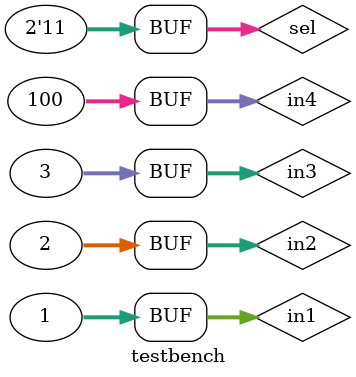
<source format=v>
`include "mux4_1_32bit.v"
module testbench;
	reg [1:0] sel;
	reg [31:0] in1,in2,in3,in4;
	wire [31:0] out;
	mux4_1 m(out,in1,in2,in3,in4,sel);
	initial
	begin
		sel=2'b00;
		in1=32'd1;
		in2=32'd2;
		in3=32'd3;
		in4=32'd4;
		$monitor("sel=%b, in1=%b, in2=%b, in3=%b, in4=%b, out=%b",sel,in1,in2,in3,in4,out);
		#5 sel=2'd1;
		#5 sel=2'd2;
		#5 sel=2'd0;
		#5 sel=2'd3;
		#5 in4=32'd100;
	end
endmodule
</source>
